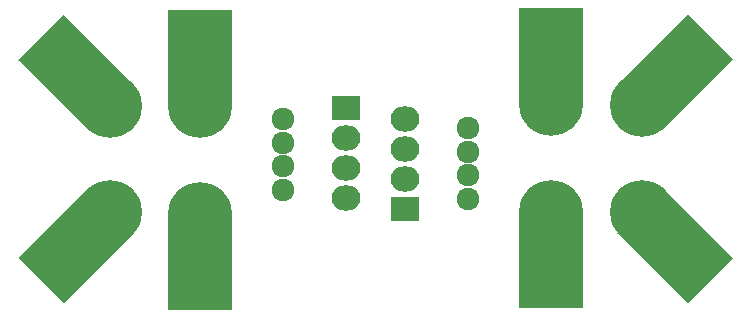
<source format=gbs>
G04 #@! TF.FileFunction,Soldermask,Bot*
%FSLAX46Y46*%
G04 Gerber Fmt 4.6, Leading zero omitted, Abs format (unit mm)*
G04 Created by KiCad (PCBNEW 4.0.3-stable) date 03/15/17 04:31:11*
%MOMM*%
%LPD*%
G01*
G04 APERTURE LIST*
%ADD10C,0.100000*%
%ADD11C,5.400000*%
%ADD12R,5.400000X8.400000*%
%ADD13C,1.924000*%
%ADD14R,2.432000X2.127200*%
%ADD15O,2.432000X2.127200*%
G04 APERTURE END LIST*
D10*
D11*
X124350000Y-55850000D03*
D12*
X124350000Y-51850000D03*
D11*
X132050000Y-55950000D03*
D10*
G36*
X139757464Y-52060913D02*
X133817767Y-58000610D01*
X129999390Y-54182233D01*
X135939087Y-48242536D01*
X139757464Y-52060913D01*
X139757464Y-52060913D01*
G37*
D11*
X132050000Y-64950000D03*
D10*
G36*
X135939087Y-72657464D02*
X129999390Y-66717767D01*
X133817767Y-62899390D01*
X139757464Y-68839087D01*
X135939087Y-72657464D01*
X135939087Y-72657464D01*
G37*
D11*
X124350000Y-64950000D03*
D12*
X124350000Y-68950000D03*
D13*
X117350000Y-63850000D03*
X117350000Y-61850000D03*
X117350000Y-59850000D03*
X117350000Y-57850000D03*
D14*
X112050000Y-64750000D03*
D15*
X112050000Y-62210000D03*
X112050000Y-59670000D03*
X112050000Y-57130000D03*
D14*
X107000000Y-56200000D03*
D15*
X107000000Y-58740000D03*
X107000000Y-61280000D03*
X107000000Y-63820000D03*
D13*
X101700000Y-57100000D03*
X101700000Y-59100000D03*
X101700000Y-61100000D03*
X101700000Y-63100000D03*
D11*
X94700000Y-56000000D03*
D12*
X94700000Y-52000000D03*
D11*
X87000000Y-56000000D03*
D10*
G36*
X83110913Y-48292536D02*
X89050610Y-54232233D01*
X85232233Y-58050610D01*
X79292536Y-52110913D01*
X83110913Y-48292536D01*
X83110913Y-48292536D01*
G37*
D11*
X87000000Y-65000000D03*
D10*
G36*
X79292536Y-68889087D02*
X85232233Y-62949390D01*
X89050610Y-66767767D01*
X83110913Y-72707464D01*
X79292536Y-68889087D01*
X79292536Y-68889087D01*
G37*
D11*
X94700000Y-65100000D03*
D12*
X94700000Y-69100000D03*
M02*

</source>
